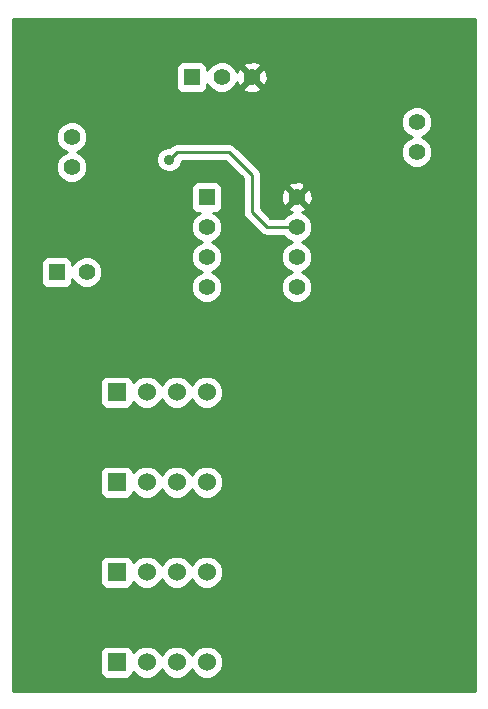
<source format=gbl>
%FSLAX34Y34*%
G04 Gerber Fmt 3.4, Leading zero omitted, Abs format*
G04 (created by PCBNEW (2013-11-06 BZR 4440)-product) date Thu 14 Nov 2013 14:49:17 GMT*
%MOIN*%
G01*
G70*
G90*
G04 APERTURE LIST*
%ADD10C,0.005906*%
%ADD11R,0.055000X0.055000*%
%ADD12C,0.055000*%
%ADD13R,0.060000X0.060000*%
%ADD14C,0.060000*%
%ADD15C,0.035000*%
%ADD16C,0.010000*%
G04 APERTURE END LIST*
G54D10*
G54D11*
X49000Y-40000D03*
G54D12*
X50000Y-40000D03*
G54D11*
X53500Y-33500D03*
G54D12*
X54500Y-33500D03*
X55500Y-33500D03*
G54D13*
X51000Y-44000D03*
G54D14*
X52000Y-44000D03*
X53000Y-44000D03*
X54000Y-44000D03*
G54D13*
X51000Y-47000D03*
G54D14*
X52000Y-47000D03*
X53000Y-47000D03*
X54000Y-47000D03*
G54D13*
X51000Y-50000D03*
G54D14*
X52000Y-50000D03*
X53000Y-50000D03*
X54000Y-50000D03*
G54D13*
X51000Y-53000D03*
G54D14*
X52000Y-53000D03*
X53000Y-53000D03*
X54000Y-53000D03*
G54D12*
X61000Y-36000D03*
X61000Y-35000D03*
X49500Y-35500D03*
X49500Y-36500D03*
G54D11*
X54000Y-37500D03*
G54D12*
X54000Y-38500D03*
X54000Y-39500D03*
X54000Y-40500D03*
X57000Y-40500D03*
X57000Y-39500D03*
X57000Y-38500D03*
X57000Y-37500D03*
G54D15*
X52750Y-36250D03*
G54D16*
X56000Y-38500D02*
X57000Y-38500D01*
X55500Y-38000D02*
X56000Y-38500D01*
X55500Y-36750D02*
X55500Y-38000D01*
X54750Y-36000D02*
X55500Y-36750D01*
X53000Y-36000D02*
X54750Y-36000D01*
X52750Y-36250D02*
X53000Y-36000D01*
X55500Y-33500D02*
X57250Y-35250D01*
X57250Y-37250D02*
X57000Y-37500D01*
X57250Y-35250D02*
X57250Y-37250D01*
G54D10*
G36*
X62950Y-53950D02*
X61525Y-53950D01*
X61525Y-35896D01*
X61445Y-35703D01*
X61297Y-35555D01*
X61164Y-35499D01*
X61297Y-35445D01*
X61444Y-35297D01*
X61524Y-35104D01*
X61525Y-34896D01*
X61445Y-34703D01*
X61297Y-34555D01*
X61104Y-34475D01*
X60896Y-34474D01*
X60703Y-34554D01*
X60555Y-34702D01*
X60475Y-34895D01*
X60474Y-35103D01*
X60554Y-35297D01*
X60702Y-35444D01*
X60835Y-35500D01*
X60703Y-35554D01*
X60555Y-35702D01*
X60475Y-35895D01*
X60474Y-36103D01*
X60554Y-36297D01*
X60702Y-36444D01*
X60895Y-36524D01*
X61103Y-36525D01*
X61297Y-36445D01*
X61444Y-36297D01*
X61524Y-36104D01*
X61525Y-35896D01*
X61525Y-53950D01*
X57529Y-53950D01*
X57529Y-37575D01*
X57518Y-37367D01*
X57460Y-37227D01*
X57367Y-37202D01*
X57297Y-37273D01*
X57297Y-37132D01*
X57272Y-37039D01*
X57075Y-36970D01*
X56867Y-36981D01*
X56727Y-37039D01*
X56702Y-37132D01*
X57000Y-37429D01*
X57297Y-37132D01*
X57297Y-37273D01*
X57070Y-37500D01*
X57367Y-37797D01*
X57460Y-37772D01*
X57529Y-37575D01*
X57529Y-53950D01*
X57525Y-53950D01*
X57525Y-40396D01*
X57445Y-40203D01*
X57297Y-40055D01*
X57164Y-39999D01*
X57297Y-39945D01*
X57444Y-39797D01*
X57524Y-39604D01*
X57525Y-39396D01*
X57445Y-39203D01*
X57297Y-39055D01*
X57164Y-38999D01*
X57297Y-38945D01*
X57444Y-38797D01*
X57524Y-38604D01*
X57525Y-38396D01*
X57445Y-38203D01*
X57297Y-38055D01*
X57171Y-38002D01*
X57272Y-37960D01*
X57297Y-37867D01*
X57000Y-37570D01*
X56929Y-37641D01*
X56929Y-37500D01*
X56632Y-37202D01*
X56539Y-37227D01*
X56470Y-37424D01*
X56481Y-37632D01*
X56539Y-37772D01*
X56632Y-37797D01*
X56929Y-37500D01*
X56929Y-37641D01*
X56702Y-37867D01*
X56727Y-37960D01*
X56837Y-37999D01*
X56703Y-38054D01*
X56557Y-38200D01*
X56124Y-38200D01*
X56029Y-38105D01*
X56029Y-33575D01*
X56018Y-33367D01*
X55960Y-33227D01*
X55867Y-33202D01*
X55797Y-33273D01*
X55797Y-33132D01*
X55772Y-33039D01*
X55575Y-32970D01*
X55367Y-32981D01*
X55227Y-33039D01*
X55202Y-33132D01*
X55500Y-33429D01*
X55797Y-33132D01*
X55797Y-33273D01*
X55570Y-33500D01*
X55867Y-33797D01*
X55960Y-33772D01*
X56029Y-33575D01*
X56029Y-38105D01*
X55800Y-37875D01*
X55800Y-36750D01*
X55797Y-36735D01*
X55797Y-33867D01*
X55500Y-33570D01*
X55429Y-33641D01*
X55429Y-33500D01*
X55132Y-33202D01*
X55039Y-33227D01*
X55000Y-33337D01*
X54945Y-33203D01*
X54797Y-33055D01*
X54604Y-32975D01*
X54396Y-32974D01*
X54203Y-33054D01*
X54055Y-33202D01*
X54025Y-33274D01*
X54025Y-33175D01*
X53986Y-33083D01*
X53916Y-33013D01*
X53824Y-32975D01*
X53725Y-32975D01*
X53175Y-32975D01*
X53083Y-33013D01*
X53013Y-33083D01*
X52975Y-33175D01*
X52975Y-33274D01*
X52975Y-33824D01*
X53013Y-33916D01*
X53083Y-33986D01*
X53175Y-34025D01*
X53274Y-34025D01*
X53824Y-34025D01*
X53916Y-33986D01*
X53986Y-33916D01*
X54025Y-33824D01*
X54025Y-33725D01*
X54025Y-33725D01*
X54054Y-33797D01*
X54202Y-33944D01*
X54395Y-34024D01*
X54603Y-34025D01*
X54797Y-33945D01*
X54944Y-33797D01*
X54997Y-33671D01*
X55039Y-33772D01*
X55132Y-33797D01*
X55429Y-33500D01*
X55429Y-33641D01*
X55202Y-33867D01*
X55227Y-33960D01*
X55424Y-34029D01*
X55632Y-34018D01*
X55772Y-33960D01*
X55797Y-33867D01*
X55797Y-36735D01*
X55777Y-36635D01*
X55777Y-36635D01*
X55712Y-36537D01*
X54962Y-35787D01*
X54864Y-35722D01*
X54750Y-35700D01*
X53000Y-35700D01*
X52885Y-35722D01*
X52846Y-35748D01*
X52787Y-35787D01*
X52750Y-35825D01*
X52665Y-35824D01*
X52509Y-35889D01*
X52389Y-36008D01*
X52325Y-36165D01*
X52324Y-36334D01*
X52389Y-36490D01*
X52508Y-36610D01*
X52665Y-36674D01*
X52834Y-36675D01*
X52990Y-36610D01*
X53110Y-36491D01*
X53174Y-36334D01*
X53174Y-36300D01*
X54625Y-36300D01*
X55200Y-36874D01*
X55200Y-38000D01*
X55222Y-38114D01*
X55287Y-38212D01*
X55787Y-38712D01*
X55787Y-38712D01*
X55885Y-38777D01*
X56000Y-38800D01*
X56557Y-38800D01*
X56702Y-38944D01*
X56835Y-39000D01*
X56703Y-39054D01*
X56555Y-39202D01*
X56475Y-39395D01*
X56474Y-39603D01*
X56554Y-39797D01*
X56702Y-39944D01*
X56835Y-40000D01*
X56703Y-40054D01*
X56555Y-40202D01*
X56475Y-40395D01*
X56474Y-40603D01*
X56554Y-40797D01*
X56702Y-40944D01*
X56895Y-41024D01*
X57103Y-41025D01*
X57297Y-40945D01*
X57444Y-40797D01*
X57524Y-40604D01*
X57525Y-40396D01*
X57525Y-53950D01*
X54550Y-53950D01*
X54550Y-52891D01*
X54550Y-49891D01*
X54550Y-46891D01*
X54550Y-43891D01*
X54525Y-43830D01*
X54525Y-40396D01*
X54445Y-40203D01*
X54297Y-40055D01*
X54164Y-39999D01*
X54297Y-39945D01*
X54444Y-39797D01*
X54524Y-39604D01*
X54525Y-39396D01*
X54445Y-39203D01*
X54297Y-39055D01*
X54164Y-38999D01*
X54297Y-38945D01*
X54444Y-38797D01*
X54524Y-38604D01*
X54525Y-38396D01*
X54445Y-38203D01*
X54297Y-38055D01*
X54225Y-38025D01*
X54324Y-38025D01*
X54416Y-37986D01*
X54486Y-37916D01*
X54525Y-37824D01*
X54525Y-37725D01*
X54525Y-37175D01*
X54486Y-37083D01*
X54416Y-37013D01*
X54324Y-36975D01*
X54225Y-36975D01*
X53675Y-36975D01*
X53583Y-37013D01*
X53513Y-37083D01*
X53475Y-37175D01*
X53475Y-37274D01*
X53475Y-37824D01*
X53513Y-37916D01*
X53583Y-37986D01*
X53675Y-38025D01*
X53774Y-38025D01*
X53774Y-38025D01*
X53703Y-38054D01*
X53555Y-38202D01*
X53475Y-38395D01*
X53474Y-38603D01*
X53554Y-38797D01*
X53702Y-38944D01*
X53835Y-39000D01*
X53703Y-39054D01*
X53555Y-39202D01*
X53475Y-39395D01*
X53474Y-39603D01*
X53554Y-39797D01*
X53702Y-39944D01*
X53835Y-40000D01*
X53703Y-40054D01*
X53555Y-40202D01*
X53475Y-40395D01*
X53474Y-40603D01*
X53554Y-40797D01*
X53702Y-40944D01*
X53895Y-41024D01*
X54103Y-41025D01*
X54297Y-40945D01*
X54444Y-40797D01*
X54524Y-40604D01*
X54525Y-40396D01*
X54525Y-43830D01*
X54466Y-43688D01*
X54311Y-43534D01*
X54109Y-43450D01*
X53891Y-43449D01*
X53688Y-43533D01*
X53534Y-43688D01*
X53500Y-43769D01*
X53466Y-43688D01*
X53311Y-43534D01*
X53109Y-43450D01*
X52891Y-43449D01*
X52688Y-43533D01*
X52534Y-43688D01*
X52500Y-43769D01*
X52466Y-43688D01*
X52311Y-43534D01*
X52109Y-43450D01*
X51891Y-43449D01*
X51688Y-43533D01*
X51550Y-43672D01*
X51550Y-43650D01*
X51511Y-43558D01*
X51441Y-43488D01*
X51349Y-43450D01*
X51250Y-43450D01*
X50650Y-43450D01*
X50558Y-43488D01*
X50525Y-43521D01*
X50525Y-39896D01*
X50445Y-39703D01*
X50297Y-39555D01*
X50104Y-39475D01*
X50025Y-39475D01*
X50025Y-36396D01*
X49945Y-36203D01*
X49797Y-36055D01*
X49664Y-35999D01*
X49797Y-35945D01*
X49944Y-35797D01*
X50024Y-35604D01*
X50025Y-35396D01*
X49945Y-35203D01*
X49797Y-35055D01*
X49604Y-34975D01*
X49396Y-34974D01*
X49203Y-35054D01*
X49055Y-35202D01*
X48975Y-35395D01*
X48974Y-35603D01*
X49054Y-35797D01*
X49202Y-35944D01*
X49335Y-36000D01*
X49203Y-36054D01*
X49055Y-36202D01*
X48975Y-36395D01*
X48974Y-36603D01*
X49054Y-36797D01*
X49202Y-36944D01*
X49395Y-37024D01*
X49603Y-37025D01*
X49797Y-36945D01*
X49944Y-36797D01*
X50024Y-36604D01*
X50025Y-36396D01*
X50025Y-39475D01*
X49896Y-39474D01*
X49703Y-39554D01*
X49555Y-39702D01*
X49525Y-39774D01*
X49525Y-39675D01*
X49486Y-39583D01*
X49416Y-39513D01*
X49324Y-39475D01*
X49225Y-39475D01*
X48675Y-39475D01*
X48583Y-39513D01*
X48513Y-39583D01*
X48475Y-39675D01*
X48475Y-39774D01*
X48475Y-40324D01*
X48513Y-40416D01*
X48583Y-40486D01*
X48675Y-40525D01*
X48774Y-40525D01*
X49324Y-40525D01*
X49416Y-40486D01*
X49486Y-40416D01*
X49525Y-40324D01*
X49525Y-40225D01*
X49525Y-40225D01*
X49554Y-40297D01*
X49702Y-40444D01*
X49895Y-40524D01*
X50103Y-40525D01*
X50297Y-40445D01*
X50444Y-40297D01*
X50524Y-40104D01*
X50525Y-39896D01*
X50525Y-43521D01*
X50488Y-43558D01*
X50450Y-43650D01*
X50450Y-43749D01*
X50450Y-44349D01*
X50488Y-44441D01*
X50558Y-44511D01*
X50650Y-44550D01*
X50749Y-44550D01*
X51349Y-44550D01*
X51441Y-44511D01*
X51511Y-44441D01*
X51550Y-44349D01*
X51550Y-44327D01*
X51688Y-44465D01*
X51890Y-44549D01*
X52108Y-44550D01*
X52311Y-44466D01*
X52465Y-44311D01*
X52499Y-44230D01*
X52533Y-44311D01*
X52688Y-44465D01*
X52890Y-44549D01*
X53108Y-44550D01*
X53311Y-44466D01*
X53465Y-44311D01*
X53499Y-44230D01*
X53533Y-44311D01*
X53688Y-44465D01*
X53890Y-44549D01*
X54108Y-44550D01*
X54311Y-44466D01*
X54465Y-44311D01*
X54549Y-44109D01*
X54550Y-43891D01*
X54550Y-46891D01*
X54466Y-46688D01*
X54311Y-46534D01*
X54109Y-46450D01*
X53891Y-46449D01*
X53688Y-46533D01*
X53534Y-46688D01*
X53500Y-46769D01*
X53466Y-46688D01*
X53311Y-46534D01*
X53109Y-46450D01*
X52891Y-46449D01*
X52688Y-46533D01*
X52534Y-46688D01*
X52500Y-46769D01*
X52466Y-46688D01*
X52311Y-46534D01*
X52109Y-46450D01*
X51891Y-46449D01*
X51688Y-46533D01*
X51550Y-46672D01*
X51550Y-46650D01*
X51511Y-46558D01*
X51441Y-46488D01*
X51349Y-46450D01*
X51250Y-46450D01*
X50650Y-46450D01*
X50558Y-46488D01*
X50488Y-46558D01*
X50450Y-46650D01*
X50450Y-46749D01*
X50450Y-47349D01*
X50488Y-47441D01*
X50558Y-47511D01*
X50650Y-47550D01*
X50749Y-47550D01*
X51349Y-47550D01*
X51441Y-47511D01*
X51511Y-47441D01*
X51550Y-47349D01*
X51550Y-47327D01*
X51688Y-47465D01*
X51890Y-47549D01*
X52108Y-47550D01*
X52311Y-47466D01*
X52465Y-47311D01*
X52499Y-47230D01*
X52533Y-47311D01*
X52688Y-47465D01*
X52890Y-47549D01*
X53108Y-47550D01*
X53311Y-47466D01*
X53465Y-47311D01*
X53499Y-47230D01*
X53533Y-47311D01*
X53688Y-47465D01*
X53890Y-47549D01*
X54108Y-47550D01*
X54311Y-47466D01*
X54465Y-47311D01*
X54549Y-47109D01*
X54550Y-46891D01*
X54550Y-49891D01*
X54466Y-49688D01*
X54311Y-49534D01*
X54109Y-49450D01*
X53891Y-49449D01*
X53688Y-49533D01*
X53534Y-49688D01*
X53500Y-49769D01*
X53466Y-49688D01*
X53311Y-49534D01*
X53109Y-49450D01*
X52891Y-49449D01*
X52688Y-49533D01*
X52534Y-49688D01*
X52500Y-49769D01*
X52466Y-49688D01*
X52311Y-49534D01*
X52109Y-49450D01*
X51891Y-49449D01*
X51688Y-49533D01*
X51550Y-49672D01*
X51550Y-49650D01*
X51511Y-49558D01*
X51441Y-49488D01*
X51349Y-49450D01*
X51250Y-49450D01*
X50650Y-49450D01*
X50558Y-49488D01*
X50488Y-49558D01*
X50450Y-49650D01*
X50450Y-49749D01*
X50450Y-50349D01*
X50488Y-50441D01*
X50558Y-50511D01*
X50650Y-50550D01*
X50749Y-50550D01*
X51349Y-50550D01*
X51441Y-50511D01*
X51511Y-50441D01*
X51550Y-50349D01*
X51550Y-50327D01*
X51688Y-50465D01*
X51890Y-50549D01*
X52108Y-50550D01*
X52311Y-50466D01*
X52465Y-50311D01*
X52499Y-50230D01*
X52533Y-50311D01*
X52688Y-50465D01*
X52890Y-50549D01*
X53108Y-50550D01*
X53311Y-50466D01*
X53465Y-50311D01*
X53499Y-50230D01*
X53533Y-50311D01*
X53688Y-50465D01*
X53890Y-50549D01*
X54108Y-50550D01*
X54311Y-50466D01*
X54465Y-50311D01*
X54549Y-50109D01*
X54550Y-49891D01*
X54550Y-52891D01*
X54466Y-52688D01*
X54311Y-52534D01*
X54109Y-52450D01*
X53891Y-52449D01*
X53688Y-52533D01*
X53534Y-52688D01*
X53500Y-52769D01*
X53466Y-52688D01*
X53311Y-52534D01*
X53109Y-52450D01*
X52891Y-52449D01*
X52688Y-52533D01*
X52534Y-52688D01*
X52500Y-52769D01*
X52466Y-52688D01*
X52311Y-52534D01*
X52109Y-52450D01*
X51891Y-52449D01*
X51688Y-52533D01*
X51550Y-52672D01*
X51550Y-52650D01*
X51511Y-52558D01*
X51441Y-52488D01*
X51349Y-52450D01*
X51250Y-52450D01*
X50650Y-52450D01*
X50558Y-52488D01*
X50488Y-52558D01*
X50450Y-52650D01*
X50450Y-52749D01*
X50450Y-53349D01*
X50488Y-53441D01*
X50558Y-53511D01*
X50650Y-53550D01*
X50749Y-53550D01*
X51349Y-53550D01*
X51441Y-53511D01*
X51511Y-53441D01*
X51550Y-53349D01*
X51550Y-53327D01*
X51688Y-53465D01*
X51890Y-53549D01*
X52108Y-53550D01*
X52311Y-53466D01*
X52465Y-53311D01*
X52499Y-53230D01*
X52533Y-53311D01*
X52688Y-53465D01*
X52890Y-53549D01*
X53108Y-53550D01*
X53311Y-53466D01*
X53465Y-53311D01*
X53499Y-53230D01*
X53533Y-53311D01*
X53688Y-53465D01*
X53890Y-53549D01*
X54108Y-53550D01*
X54311Y-53466D01*
X54465Y-53311D01*
X54549Y-53109D01*
X54550Y-52891D01*
X54550Y-53950D01*
X47550Y-53950D01*
X47550Y-31550D01*
X62950Y-31550D01*
X62950Y-53950D01*
X62950Y-53950D01*
G37*
G54D16*
X62950Y-53950D02*
X61525Y-53950D01*
X61525Y-35896D01*
X61445Y-35703D01*
X61297Y-35555D01*
X61164Y-35499D01*
X61297Y-35445D01*
X61444Y-35297D01*
X61524Y-35104D01*
X61525Y-34896D01*
X61445Y-34703D01*
X61297Y-34555D01*
X61104Y-34475D01*
X60896Y-34474D01*
X60703Y-34554D01*
X60555Y-34702D01*
X60475Y-34895D01*
X60474Y-35103D01*
X60554Y-35297D01*
X60702Y-35444D01*
X60835Y-35500D01*
X60703Y-35554D01*
X60555Y-35702D01*
X60475Y-35895D01*
X60474Y-36103D01*
X60554Y-36297D01*
X60702Y-36444D01*
X60895Y-36524D01*
X61103Y-36525D01*
X61297Y-36445D01*
X61444Y-36297D01*
X61524Y-36104D01*
X61525Y-35896D01*
X61525Y-53950D01*
X57529Y-53950D01*
X57529Y-37575D01*
X57518Y-37367D01*
X57460Y-37227D01*
X57367Y-37202D01*
X57297Y-37273D01*
X57297Y-37132D01*
X57272Y-37039D01*
X57075Y-36970D01*
X56867Y-36981D01*
X56727Y-37039D01*
X56702Y-37132D01*
X57000Y-37429D01*
X57297Y-37132D01*
X57297Y-37273D01*
X57070Y-37500D01*
X57367Y-37797D01*
X57460Y-37772D01*
X57529Y-37575D01*
X57529Y-53950D01*
X57525Y-53950D01*
X57525Y-40396D01*
X57445Y-40203D01*
X57297Y-40055D01*
X57164Y-39999D01*
X57297Y-39945D01*
X57444Y-39797D01*
X57524Y-39604D01*
X57525Y-39396D01*
X57445Y-39203D01*
X57297Y-39055D01*
X57164Y-38999D01*
X57297Y-38945D01*
X57444Y-38797D01*
X57524Y-38604D01*
X57525Y-38396D01*
X57445Y-38203D01*
X57297Y-38055D01*
X57171Y-38002D01*
X57272Y-37960D01*
X57297Y-37867D01*
X57000Y-37570D01*
X56929Y-37641D01*
X56929Y-37500D01*
X56632Y-37202D01*
X56539Y-37227D01*
X56470Y-37424D01*
X56481Y-37632D01*
X56539Y-37772D01*
X56632Y-37797D01*
X56929Y-37500D01*
X56929Y-37641D01*
X56702Y-37867D01*
X56727Y-37960D01*
X56837Y-37999D01*
X56703Y-38054D01*
X56557Y-38200D01*
X56124Y-38200D01*
X56029Y-38105D01*
X56029Y-33575D01*
X56018Y-33367D01*
X55960Y-33227D01*
X55867Y-33202D01*
X55797Y-33273D01*
X55797Y-33132D01*
X55772Y-33039D01*
X55575Y-32970D01*
X55367Y-32981D01*
X55227Y-33039D01*
X55202Y-33132D01*
X55500Y-33429D01*
X55797Y-33132D01*
X55797Y-33273D01*
X55570Y-33500D01*
X55867Y-33797D01*
X55960Y-33772D01*
X56029Y-33575D01*
X56029Y-38105D01*
X55800Y-37875D01*
X55800Y-36750D01*
X55797Y-36735D01*
X55797Y-33867D01*
X55500Y-33570D01*
X55429Y-33641D01*
X55429Y-33500D01*
X55132Y-33202D01*
X55039Y-33227D01*
X55000Y-33337D01*
X54945Y-33203D01*
X54797Y-33055D01*
X54604Y-32975D01*
X54396Y-32974D01*
X54203Y-33054D01*
X54055Y-33202D01*
X54025Y-33274D01*
X54025Y-33175D01*
X53986Y-33083D01*
X53916Y-33013D01*
X53824Y-32975D01*
X53725Y-32975D01*
X53175Y-32975D01*
X53083Y-33013D01*
X53013Y-33083D01*
X52975Y-33175D01*
X52975Y-33274D01*
X52975Y-33824D01*
X53013Y-33916D01*
X53083Y-33986D01*
X53175Y-34025D01*
X53274Y-34025D01*
X53824Y-34025D01*
X53916Y-33986D01*
X53986Y-33916D01*
X54025Y-33824D01*
X54025Y-33725D01*
X54025Y-33725D01*
X54054Y-33797D01*
X54202Y-33944D01*
X54395Y-34024D01*
X54603Y-34025D01*
X54797Y-33945D01*
X54944Y-33797D01*
X54997Y-33671D01*
X55039Y-33772D01*
X55132Y-33797D01*
X55429Y-33500D01*
X55429Y-33641D01*
X55202Y-33867D01*
X55227Y-33960D01*
X55424Y-34029D01*
X55632Y-34018D01*
X55772Y-33960D01*
X55797Y-33867D01*
X55797Y-36735D01*
X55777Y-36635D01*
X55777Y-36635D01*
X55712Y-36537D01*
X54962Y-35787D01*
X54864Y-35722D01*
X54750Y-35700D01*
X53000Y-35700D01*
X52885Y-35722D01*
X52846Y-35748D01*
X52787Y-35787D01*
X52750Y-35825D01*
X52665Y-35824D01*
X52509Y-35889D01*
X52389Y-36008D01*
X52325Y-36165D01*
X52324Y-36334D01*
X52389Y-36490D01*
X52508Y-36610D01*
X52665Y-36674D01*
X52834Y-36675D01*
X52990Y-36610D01*
X53110Y-36491D01*
X53174Y-36334D01*
X53174Y-36300D01*
X54625Y-36300D01*
X55200Y-36874D01*
X55200Y-38000D01*
X55222Y-38114D01*
X55287Y-38212D01*
X55787Y-38712D01*
X55787Y-38712D01*
X55885Y-38777D01*
X56000Y-38800D01*
X56557Y-38800D01*
X56702Y-38944D01*
X56835Y-39000D01*
X56703Y-39054D01*
X56555Y-39202D01*
X56475Y-39395D01*
X56474Y-39603D01*
X56554Y-39797D01*
X56702Y-39944D01*
X56835Y-40000D01*
X56703Y-40054D01*
X56555Y-40202D01*
X56475Y-40395D01*
X56474Y-40603D01*
X56554Y-40797D01*
X56702Y-40944D01*
X56895Y-41024D01*
X57103Y-41025D01*
X57297Y-40945D01*
X57444Y-40797D01*
X57524Y-40604D01*
X57525Y-40396D01*
X57525Y-53950D01*
X54550Y-53950D01*
X54550Y-52891D01*
X54550Y-49891D01*
X54550Y-46891D01*
X54550Y-43891D01*
X54525Y-43830D01*
X54525Y-40396D01*
X54445Y-40203D01*
X54297Y-40055D01*
X54164Y-39999D01*
X54297Y-39945D01*
X54444Y-39797D01*
X54524Y-39604D01*
X54525Y-39396D01*
X54445Y-39203D01*
X54297Y-39055D01*
X54164Y-38999D01*
X54297Y-38945D01*
X54444Y-38797D01*
X54524Y-38604D01*
X54525Y-38396D01*
X54445Y-38203D01*
X54297Y-38055D01*
X54225Y-38025D01*
X54324Y-38025D01*
X54416Y-37986D01*
X54486Y-37916D01*
X54525Y-37824D01*
X54525Y-37725D01*
X54525Y-37175D01*
X54486Y-37083D01*
X54416Y-37013D01*
X54324Y-36975D01*
X54225Y-36975D01*
X53675Y-36975D01*
X53583Y-37013D01*
X53513Y-37083D01*
X53475Y-37175D01*
X53475Y-37274D01*
X53475Y-37824D01*
X53513Y-37916D01*
X53583Y-37986D01*
X53675Y-38025D01*
X53774Y-38025D01*
X53774Y-38025D01*
X53703Y-38054D01*
X53555Y-38202D01*
X53475Y-38395D01*
X53474Y-38603D01*
X53554Y-38797D01*
X53702Y-38944D01*
X53835Y-39000D01*
X53703Y-39054D01*
X53555Y-39202D01*
X53475Y-39395D01*
X53474Y-39603D01*
X53554Y-39797D01*
X53702Y-39944D01*
X53835Y-40000D01*
X53703Y-40054D01*
X53555Y-40202D01*
X53475Y-40395D01*
X53474Y-40603D01*
X53554Y-40797D01*
X53702Y-40944D01*
X53895Y-41024D01*
X54103Y-41025D01*
X54297Y-40945D01*
X54444Y-40797D01*
X54524Y-40604D01*
X54525Y-40396D01*
X54525Y-43830D01*
X54466Y-43688D01*
X54311Y-43534D01*
X54109Y-43450D01*
X53891Y-43449D01*
X53688Y-43533D01*
X53534Y-43688D01*
X53500Y-43769D01*
X53466Y-43688D01*
X53311Y-43534D01*
X53109Y-43450D01*
X52891Y-43449D01*
X52688Y-43533D01*
X52534Y-43688D01*
X52500Y-43769D01*
X52466Y-43688D01*
X52311Y-43534D01*
X52109Y-43450D01*
X51891Y-43449D01*
X51688Y-43533D01*
X51550Y-43672D01*
X51550Y-43650D01*
X51511Y-43558D01*
X51441Y-43488D01*
X51349Y-43450D01*
X51250Y-43450D01*
X50650Y-43450D01*
X50558Y-43488D01*
X50525Y-43521D01*
X50525Y-39896D01*
X50445Y-39703D01*
X50297Y-39555D01*
X50104Y-39475D01*
X50025Y-39475D01*
X50025Y-36396D01*
X49945Y-36203D01*
X49797Y-36055D01*
X49664Y-35999D01*
X49797Y-35945D01*
X49944Y-35797D01*
X50024Y-35604D01*
X50025Y-35396D01*
X49945Y-35203D01*
X49797Y-35055D01*
X49604Y-34975D01*
X49396Y-34974D01*
X49203Y-35054D01*
X49055Y-35202D01*
X48975Y-35395D01*
X48974Y-35603D01*
X49054Y-35797D01*
X49202Y-35944D01*
X49335Y-36000D01*
X49203Y-36054D01*
X49055Y-36202D01*
X48975Y-36395D01*
X48974Y-36603D01*
X49054Y-36797D01*
X49202Y-36944D01*
X49395Y-37024D01*
X49603Y-37025D01*
X49797Y-36945D01*
X49944Y-36797D01*
X50024Y-36604D01*
X50025Y-36396D01*
X50025Y-39475D01*
X49896Y-39474D01*
X49703Y-39554D01*
X49555Y-39702D01*
X49525Y-39774D01*
X49525Y-39675D01*
X49486Y-39583D01*
X49416Y-39513D01*
X49324Y-39475D01*
X49225Y-39475D01*
X48675Y-39475D01*
X48583Y-39513D01*
X48513Y-39583D01*
X48475Y-39675D01*
X48475Y-39774D01*
X48475Y-40324D01*
X48513Y-40416D01*
X48583Y-40486D01*
X48675Y-40525D01*
X48774Y-40525D01*
X49324Y-40525D01*
X49416Y-40486D01*
X49486Y-40416D01*
X49525Y-40324D01*
X49525Y-40225D01*
X49525Y-40225D01*
X49554Y-40297D01*
X49702Y-40444D01*
X49895Y-40524D01*
X50103Y-40525D01*
X50297Y-40445D01*
X50444Y-40297D01*
X50524Y-40104D01*
X50525Y-39896D01*
X50525Y-43521D01*
X50488Y-43558D01*
X50450Y-43650D01*
X50450Y-43749D01*
X50450Y-44349D01*
X50488Y-44441D01*
X50558Y-44511D01*
X50650Y-44550D01*
X50749Y-44550D01*
X51349Y-44550D01*
X51441Y-44511D01*
X51511Y-44441D01*
X51550Y-44349D01*
X51550Y-44327D01*
X51688Y-44465D01*
X51890Y-44549D01*
X52108Y-44550D01*
X52311Y-44466D01*
X52465Y-44311D01*
X52499Y-44230D01*
X52533Y-44311D01*
X52688Y-44465D01*
X52890Y-44549D01*
X53108Y-44550D01*
X53311Y-44466D01*
X53465Y-44311D01*
X53499Y-44230D01*
X53533Y-44311D01*
X53688Y-44465D01*
X53890Y-44549D01*
X54108Y-44550D01*
X54311Y-44466D01*
X54465Y-44311D01*
X54549Y-44109D01*
X54550Y-43891D01*
X54550Y-46891D01*
X54466Y-46688D01*
X54311Y-46534D01*
X54109Y-46450D01*
X53891Y-46449D01*
X53688Y-46533D01*
X53534Y-46688D01*
X53500Y-46769D01*
X53466Y-46688D01*
X53311Y-46534D01*
X53109Y-46450D01*
X52891Y-46449D01*
X52688Y-46533D01*
X52534Y-46688D01*
X52500Y-46769D01*
X52466Y-46688D01*
X52311Y-46534D01*
X52109Y-46450D01*
X51891Y-46449D01*
X51688Y-46533D01*
X51550Y-46672D01*
X51550Y-46650D01*
X51511Y-46558D01*
X51441Y-46488D01*
X51349Y-46450D01*
X51250Y-46450D01*
X50650Y-46450D01*
X50558Y-46488D01*
X50488Y-46558D01*
X50450Y-46650D01*
X50450Y-46749D01*
X50450Y-47349D01*
X50488Y-47441D01*
X50558Y-47511D01*
X50650Y-47550D01*
X50749Y-47550D01*
X51349Y-47550D01*
X51441Y-47511D01*
X51511Y-47441D01*
X51550Y-47349D01*
X51550Y-47327D01*
X51688Y-47465D01*
X51890Y-47549D01*
X52108Y-47550D01*
X52311Y-47466D01*
X52465Y-47311D01*
X52499Y-47230D01*
X52533Y-47311D01*
X52688Y-47465D01*
X52890Y-47549D01*
X53108Y-47550D01*
X53311Y-47466D01*
X53465Y-47311D01*
X53499Y-47230D01*
X53533Y-47311D01*
X53688Y-47465D01*
X53890Y-47549D01*
X54108Y-47550D01*
X54311Y-47466D01*
X54465Y-47311D01*
X54549Y-47109D01*
X54550Y-46891D01*
X54550Y-49891D01*
X54466Y-49688D01*
X54311Y-49534D01*
X54109Y-49450D01*
X53891Y-49449D01*
X53688Y-49533D01*
X53534Y-49688D01*
X53500Y-49769D01*
X53466Y-49688D01*
X53311Y-49534D01*
X53109Y-49450D01*
X52891Y-49449D01*
X52688Y-49533D01*
X52534Y-49688D01*
X52500Y-49769D01*
X52466Y-49688D01*
X52311Y-49534D01*
X52109Y-49450D01*
X51891Y-49449D01*
X51688Y-49533D01*
X51550Y-49672D01*
X51550Y-49650D01*
X51511Y-49558D01*
X51441Y-49488D01*
X51349Y-49450D01*
X51250Y-49450D01*
X50650Y-49450D01*
X50558Y-49488D01*
X50488Y-49558D01*
X50450Y-49650D01*
X50450Y-49749D01*
X50450Y-50349D01*
X50488Y-50441D01*
X50558Y-50511D01*
X50650Y-50550D01*
X50749Y-50550D01*
X51349Y-50550D01*
X51441Y-50511D01*
X51511Y-50441D01*
X51550Y-50349D01*
X51550Y-50327D01*
X51688Y-50465D01*
X51890Y-50549D01*
X52108Y-50550D01*
X52311Y-50466D01*
X52465Y-50311D01*
X52499Y-50230D01*
X52533Y-50311D01*
X52688Y-50465D01*
X52890Y-50549D01*
X53108Y-50550D01*
X53311Y-50466D01*
X53465Y-50311D01*
X53499Y-50230D01*
X53533Y-50311D01*
X53688Y-50465D01*
X53890Y-50549D01*
X54108Y-50550D01*
X54311Y-50466D01*
X54465Y-50311D01*
X54549Y-50109D01*
X54550Y-49891D01*
X54550Y-52891D01*
X54466Y-52688D01*
X54311Y-52534D01*
X54109Y-52450D01*
X53891Y-52449D01*
X53688Y-52533D01*
X53534Y-52688D01*
X53500Y-52769D01*
X53466Y-52688D01*
X53311Y-52534D01*
X53109Y-52450D01*
X52891Y-52449D01*
X52688Y-52533D01*
X52534Y-52688D01*
X52500Y-52769D01*
X52466Y-52688D01*
X52311Y-52534D01*
X52109Y-52450D01*
X51891Y-52449D01*
X51688Y-52533D01*
X51550Y-52672D01*
X51550Y-52650D01*
X51511Y-52558D01*
X51441Y-52488D01*
X51349Y-52450D01*
X51250Y-52450D01*
X50650Y-52450D01*
X50558Y-52488D01*
X50488Y-52558D01*
X50450Y-52650D01*
X50450Y-52749D01*
X50450Y-53349D01*
X50488Y-53441D01*
X50558Y-53511D01*
X50650Y-53550D01*
X50749Y-53550D01*
X51349Y-53550D01*
X51441Y-53511D01*
X51511Y-53441D01*
X51550Y-53349D01*
X51550Y-53327D01*
X51688Y-53465D01*
X51890Y-53549D01*
X52108Y-53550D01*
X52311Y-53466D01*
X52465Y-53311D01*
X52499Y-53230D01*
X52533Y-53311D01*
X52688Y-53465D01*
X52890Y-53549D01*
X53108Y-53550D01*
X53311Y-53466D01*
X53465Y-53311D01*
X53499Y-53230D01*
X53533Y-53311D01*
X53688Y-53465D01*
X53890Y-53549D01*
X54108Y-53550D01*
X54311Y-53466D01*
X54465Y-53311D01*
X54549Y-53109D01*
X54550Y-52891D01*
X54550Y-53950D01*
X47550Y-53950D01*
X47550Y-31550D01*
X62950Y-31550D01*
X62950Y-53950D01*
M02*

</source>
